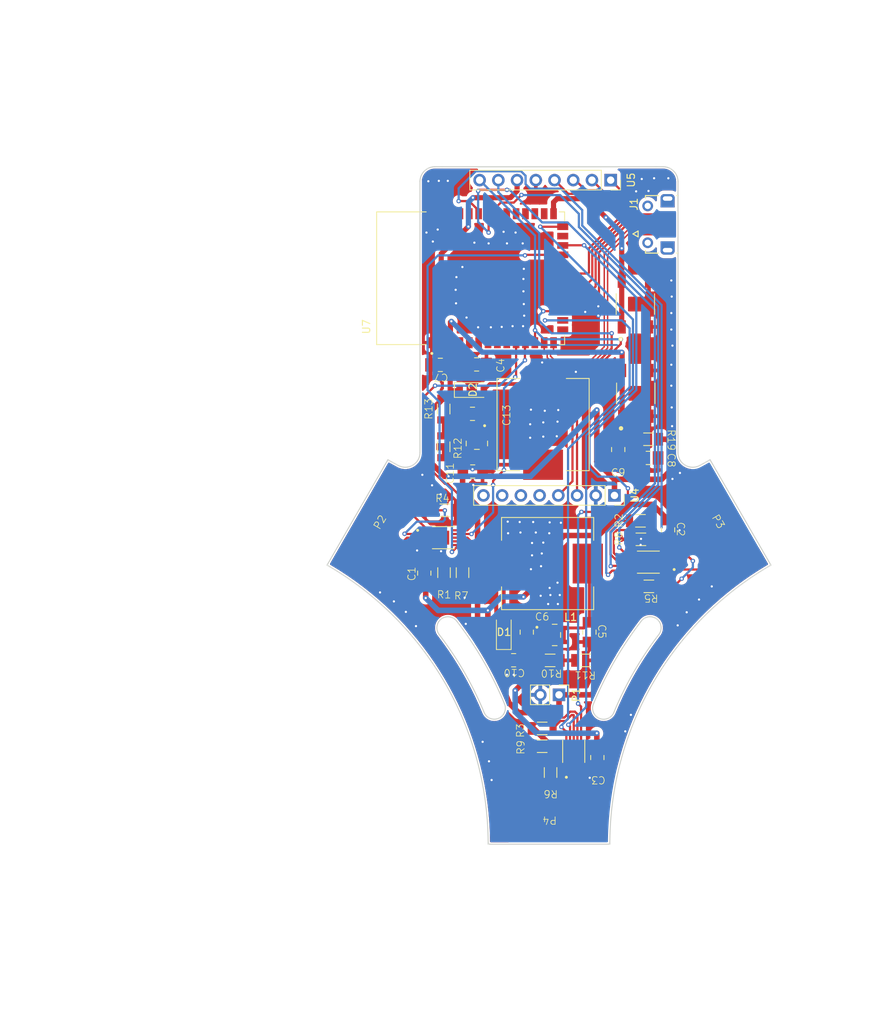
<source format=kicad_pcb>
(kicad_pcb (version 20221018) (generator pcbnew)
  (layers (0 "F.Cu" signal) (1 "In1.Cu" signal) (2 "In2.Cu" signal) (31 "B.Cu" signal) (34 "B.Paste" user) (35 "F.Paste" user) (36 "B.SilkS" user "B.Silkscreen") (37 "F.SilkS" user "F.Silkscreen") (38 "B.Mask" user) (39 "F.Mask" user) (44 "Edge.Cuts" user))
  (net 0 "")
  (net 1 "GND")
  (net 2 "+2V5")
  (net 3 "+5V")
  (net 4 "Net-(D1-A)")
  (net 5 "Net-(D2-A)")
  (net 6 "+3V3")
  (net 7 "fb5v")
  (net 8 "EN")
  (net 9 "M1_VSET")
  (net 10 "Net-(U1-VREF)")
  (net 11 "M3_VSET")
  (net 12 "Net-(U2-VREF)")
  (net 13 "M2_VSET")
  (net 14 "Net-(U3-VREF)")
  (net 15 "Net-(U1-ISENSE)")
  (net 16 "Net-(U2-ISENSE)")
  (net 17 "Net-(U3-ISENSE)")
  (net 18 "SCL")
  (net 19 "SDA")
  (net 24 "CS")
  (net 25 "MOSI")
  (net 26 "MISO")
  (net 27 "SCLK")
  (net 34 "M1_IN1")
  (net 35 "M1_IN2")
  (net 36 "D-")
  (net 37 "D+")
  (net 39 "IO0")
  (net 45 "M3_IN1")
  (net 46 "M3_IN2")
  (net 47 "M3_FAULT")
  (net 52 "M2_IN2")
  (net 54 "M1_FAULT")
  (net 55 "M2_FAULT")
  (net 57 "M2_IN1")
  (net 58 "vbus")
  (net 66 "M1_OUT2")
  (net 67 "M1_OUT1")
  (net 68 "M3_OUT2")
  (net 69 "M3_OUT1")
  (net 70 "M2_OUT2")
  (net 71 "M2_OUT1")
  (net 72 "fb3v3")
  (footprint "standard:res1206" (layer "F.Cu") (at 153.797 131.191 180)
    (fp_text reference "R11")
    (fp_text value "200kOhms")
  )
  (footprint "standard:res1206" (layer "F.Cu") (at 147.259 138.1895)
    (fp_text reference "R3")
    (fp_text value "2.87kOhms")
  )
  (footprint "standard:res1206" (layer "F.Cu") (at 133.097 101.4135 90)
    (fp_text reference "R12")
    (fp_text value "200kOhms")
  )
  (footprint "Diode_SMD:D_SOD-123" (layer "F.Cu") (at 142.367 126.239 90)
    (fp_text reference "D1")
    (fp_text value "Schtokky")
  )
  (footprint "standard:cap1206" (layer "F.Cu") (at 133.858 91.186 180)
    (fp_text reference "C7")
    (fp_text value "22uF")
  )
  (footprint "standard:res1206" (layer "F.Cu") (at 135.656 118.486 90)
    (fp_text reference "R7")
    (fp_text value "10kOhms")
  )
  (footprint "Connector_PinHeader_2.54mm:PinHeader_1x02_P2.54mm_Vertical" (layer "F.Cu") (at 149.86 134.747 -90)
    (fp_text reference "P1")
    (fp_text value "~")
  )
  (footprint "Library:twopad" (layer "F.Cu") (at 171.034699 111.490091 -60)
    (fp_text reference "P3")
    (fp_text value "~")
  )
  (footprint "standard:cap1206" (layer "F.Cu") (at 138.049 103.251)
    (fp_text reference "C11")
    (fp_text value "4.7uF")
  )
  (footprint "standard:res1206" (layer "F.Cu") (at 147.602 145.603 90)
    (fp_text reference "R6")
    (fp_text value "400mOhms")
  )
  (footprint "standard:cap1206" (layer "F.Cu") (at 144.2875 126.345 90)
    (fp_text reference "C6")
    (fp_text value "3.3pF")
  )
  (footprint "standard:cap1206" (layer "F.Cu") (at 165.862 112.268 -90)
    (fp_text reference "C2")
    (fp_text value "10uF")
  )
  (footprint "standard:res1206" (layer "F.Cu") (at 135.375 117.856 -90)
    (fp_text reference "R1")
    (fp_text value "2.87kOhms")
  )
  (footprint "1050170001:MOLEX_1050170001" (layer "F.Cu") (at 166.042 70.922 90)
    (fp_text reference "J1")
    (fp_text value "1050170001")
  )
  (footprint "Library:IC_XTR111AIDGQRG4" (layer "F.Cu") (at 161.983 116.748 180)
    (fp_text reference "U2" hide)
    (fp_text value "DRV8832DGQR")
  )
  (footprint "standard:cap1206" (layer "F.Cu") (at 138.022 95.4275)
    (fp_text reference "C13")
    (fp_text value "4.7uF")
  )
  (footprint "Library:twopad" (layer "F.Cu") (at 148.59 151.257 180)
    (fp_text reference "P4")
    (fp_text value "~")
  )
  (footprint "standard:res1206" (layer "F.Cu") (at 148.971 131.191 180)
    (fp_text reference "R10")
    (fp_text value "620kOhms")
  )
  (footprint "Library:IC_XTR111AIDGQRG4" (layer "F.Cu") (at 151.857 142.425 90)
    (fp_text reference "U3" hide)
    (fp_text value "DRV8832DGQR")
  )
  (footprint "ESP32S3WROOM1N8R8:XCVR_ESP32S3WROOM1N8R8" (layer "F.Cu") (at 137.868 78.232 90)
    (fp_text reference "U7")
    (fp_text value "ESP32-S3-WROOM-1-N4")
  )
  (footprint "standard:res1206" (layer "F.Cu") (at 133.097 96.2895 90)
    (fp_text reference "R13")
    (fp_text value "330kOhms")
  )
  (footprint "standard:res1206" (layer "F.Cu") (at 162.323 101.191 180)
    (fp_text reference "R19")
    (fp_text value "10kOhms")
  )
  (footprint "Connector_PinSocket_2.54mm:PinSocket_1x08_P2.54mm_Vertical" (layer "F.Cu") (at 157.386252 107.696 -90)
    (fp_text reference "U4")
    (fp_text value "~")
  )
  (footprint "standard:cap1206" (layer "F.Cu") (at 155.1835 126.145 -90)
    (fp_text reference "C5")
    (fp_text value "4.7uF")
  )
  (footprint "SKQGAFE010:SW_SKQGAFE010" (layer "F.Cu") (at 160.219 81.736 90)
    (fp_text reference "S2" hide)
    (fp_text value "SKQGAFE010")
  )
  (footprint "standard:cap1206" (layer "F.Cu") (at 130.3785 118.337 90)
    (fp_text reference "C1")
    (fp_text value "10uF")
  )
  (footprint "SRR1240-100M:IND_SRR1240-100M" (layer "F.Cu") (at 148.264 116.84 180)
    (fp_text reference "L1")
    (fp_text value "3.3uH")
  )
  (footprint "Library:twopad" (layer "F.Cu") (at 126.006397 111.577704 60)
    (fp_text reference "P2")
    (fp_text value "~")
  )
  (footprint "standard:cap1206" (layer "F.Cu") (at 143.803 131.255 180)
    (fp_text reference "C10")
    (fp_text value "4.7uF")
  )
  (footprint "standard:res1206" (layer "F.Cu") (at 160.655 112.5355)
    (fp_text reference "R8")
    (fp_text value "10kOhms")
  )
  (footprint "standard:res1206" (layer "F.Cu") (at 162.367 121.1445 180)
    (fp_text reference "R5")
    (fp_text value "400mOhms")
  )
  (footprint "standard:res1206" (layer "F.Cu") (at 134.051 108.5985)
    (fp_text reference "R4")
    (fp_text value "400mOhms")
  )
  (footprint "Connector_PinSocket_2.54mm:PinSocket_1x08_P2.54mm_Vertical" (layer "F.Cu") (at 156.8704 64.9224 -90)
    (fp_text reference "U5")
    (fp_text value "~")
  )
  (footprint "standard:cap1206" (layer "F.Cu") (at 138.584 88.7225)
    (fp_text reference "C4")
    (fp_text value ".1uF")
  )
  (footprint "standard:cap1206" (layer "F.Cu") (at 156.2605 143.156 -90)
    (fp_text reference "C3")
    (fp_text value "10uF")
  )
  (footprint "SKQGAFE010:SW_SKQGAFE010" (layer "F.Cu") (at 160.274 93.8465 90)
    (fp_text reference "S1" hide)
    (fp_text value "SKQGAFE010")
  )
  (footprint "standard:cap1206" (layer "F.Cu") (at 159.0935 101.373 -90)
    (fp_text reference "C9")
    (fp_text value ".1uF")
  )
  (footprint "standard:cap1206" (layer "F.Cu") (at 162.064 103.8095 180)
    (fp_text reference "C8")
    (fp_text value "1uF")
  )
  (footprint "TPS61040DBVRG4:SOT95P280X145-5N" (layer "F.Cu") (at 149.2745 126.626)
    (fp_text reference "U9" hide)
    (fp_text value "TPS61040DBVRG4")
  )
  (footprint "TPS61040DBVRG4:SOT95P280X145-5N" (layer "F.Cu") (at 138.718 100.6495 -90)
    (fp_text reference "U6" hide)
    (fp_text value "TPS61040DBVRG4")
  )
  (footprint "SRR1240-100M:IND_SRR1240-100M" (layer "F.Cu") (at 147.801 98.033 90)
    (fp_text reference "L2" hide)
    (fp_text value "10uH")
  )
  (footprint "standard:res1206" (layer "F.Cu") (at 147.259 140.6025)
    (fp_text reference "R9")
    (fp_text value "10kOhms")
  )
  (footprint "standard:res1206" (layer "F.Cu") (at 161.224 112.2545 180)
    (fp_text reference "R2")
    (fp_text value "2.87kOhms")
  )
  (footprint "Diode_SMD:D_SOD-123" (layer "F.Cu") (at 138.022 93.3955)
    (fp_text reference "D2")
    (fp_text value "Schtokky")
  )
  (footprint "Library:IC_XTR111AIDGQRG4" (layer "F.Cu") (at 134.18 113.427)
    (fp_text reference "U1" hide)
    (fp_text value "DRV8832DGQR")
  )
  (gr_line (start 178.606859 117.14831) (end 170.356859 102.858891) (stroke (width 0.1524)) (layer "Edge.Cuts"))
  (gr_arc (start 157.3068 137.127881) (mid 160.009256 131.647844) (end 163.403881 126.567431) (stroke (width 0.1524)) (layer "Edge.Cuts"))
  (gr_arc (start 133.598319 126.567431) (mid 136.992944 131.647844) (end 139.6954 137.127881) (stroke (width 0.1524)) (layer "Edge.Cuts"))
  (gr_arc (start 118.395342 117.14831) (mid 134.394865 133.14784) (end 140.2511 155.0036) (stroke (width 0.1524)) (layer "Edge.Cuts"))
  (gr_line (start 134.0011 63.113069) (end 133.0011 63.113069) (stroke (width 0.1524)) (layer "Edge.Cuts"))
  (gr_arc (start 131.001102 101.876369) (mid 130.033095 103.589552) (end 128.06611 103.64436) (stroke (width 0.1524)) (layer "Edge.Cuts"))
  (gr_arc (start 170.356859 102.858891) (mid 169.650121 103.258222) (end 168.93609 103.64436) (stroke (width 0.1524)) (layer "Edge.Cuts"))
  (gr_arc (start 154.535168 135.979831) (mid 157.411182 130.147842) (end 161.023818 124.741141) (stroke (width 0.1524)) (layer "Edge.Cuts"))
  (gr_line (start 131.0011 65.113069) (end 131.0011 101.876369) (stroke (width 0.1524)) (layer "Edge.Cuts"))
  (gr_line (start 166.0011 101.876369) (end 166.0011 65.113069) (stroke (width 0.1524)) (layer "Edge.Cuts"))
  (gr_arc (start 157.3068 137.127881) (mid 155.346959 137.939672) (end 154.535168 135.979831) (stroke (width 0.1524)) (layer "Edge.Cuts"))
  (gr_arc (start 161.023819 124.741141) (mid 163.126995 124.464255) (end 163.403881 126.567431) (stroke (width 0.1524)) (layer "Edge.Cuts"))
  (gr_line (start 134.0011 63.113069) (end 163.0011 63.113069) (stroke (width 0.1524)) (layer "Edge.Cuts"))
  (gr_arc (start 135.978382 124.741141) (mid 139.591018 130.147842) (end 142.467032 135.979831) (stroke (width 0.1524)) (layer "Edge.Cuts"))
  (gr_arc (start 128.06611 103.64436) (mid 127.352079 103.258222) (end 126.645341 102.858891) (stroke (width 0.1524)) (layer "Edge.Cuts"))
  (gr_arc (start 142.467032 135.979831) (mid 141.655241 137.939672) (end 139.6954 137.127881) (stroke (width 0.1524)) (layer "Edge.Cuts"))
  (gr_arc (start 164.0011 63.113069) (mid 165.415314 63.698855) (end 166.0011 65.113069) (stroke (width 0.1524)) (layer "Edge.Cuts"))
  (gr_arc (start 156.751101 155.003599) (mid 162.607336 133.14784) (end 178.606859 117.14831) (stroke (width 0.1524)) (layer "Edge.Cuts"))
  (gr_arc (start 131.0011 65.113069) (mid 131.586886 63.698855) (end 133.0011 63.113069) (stroke (width 0.1524)) (layer "Edge.Cuts"))
  (gr_line (start 140.2511 155.0036) (end 156.7511 155.0036) (stroke (width 0.1524)) (layer "Edge.Cuts"))
  (gr_line (start 126.645341 102.858891) (end 118.395341 117.14831) (stroke (width 0.1524)) (layer "Edge.Cuts"))
  (gr_line (start 164.0011 63.113069) (end 163.0011 63.113069) (stroke (width 0.1524)) (layer "Edge.Cuts"))
  (gr_arc (start 168.936089 103.644359) (mid 166.969106 103.58955) (end 166.0011 101.876369) (stroke (width 0.1524)) (layer "Edge.Cuts"))
  (gr_arc (start 133.598318 126.567431) (mid 133.875205 124.464254) (end 135.978382 124.741141) (stroke (width 0.1524)) (layer "Edge.Cuts"))
  (segment (start 164.083 115.1636) (end 161.9504 115.1636) (width 0.3) (layer "F.Cu") (net 1))
  (segment (start 155.0605 144.9643) (end 154.0256 145.9992) (width 0.3) (layer "F.Cu") (net 1))
  (segment (start 152.857 144.525) (end 154.5854 144.525) (width 0.3) (layer "F.Cu") (net 1))
  (segment (start 164.083 115.1636) (end 164.083 114.283) (width 0.3) (layer "F.Cu") (net 1))
  (segment (start 164.083 114.283) (end 164.662 113.704) (width 0.3) (layer "F.Cu") (net 1))
  (segment (start 161.917 69.622) (end 160.3 69.622) (width 0.3) (layer "F.Cu") (net 1))
  (segment (start 164.083 115.748) (end 164.083 115.1636) (width 0.3) (layer "F.Cu") (net 1))
  (segment (start 138.1252 104.14) (end 139.174 104.14) (width 0.3) (layer "F.Cu") (net 1))
  (segment (start 132.08 114.427) (end 132.08 114.808) (width 0.3) (layer "F.Cu") (net 1))
  (segment (start 160.3 69.622) (end 160.274 69.596) (width 0.3) (layer "F.Cu") (net 1))
  (via (at 138.1252 104.14) (size 0.6) (drill 0.3) (layers "F.Cu" "B.Cu") (net 1))
  (via (at 132.7404 73.2536) (size 0.6) (drill 0.3) (layers "F.Cu" "B.Cu") (net 1))
  (via (at 130.6068 115.1636) (size 0.6) (drill 0.3) (layers "F.Cu" "B.Cu") (net 1))
  (via (at 165.1 85.1916) (size 0.6) (drill 0.3) (layers "F.Cu" "B.Cu") (net 1))
  (via (at 149.9616 121.2088) (size 0.6) (drill 0.3) (layers "F.Cu" "B.Cu") (net 1))
  (via (at 142.7988 132.0292) (size 0.6) (drill 0.3) (layers "F.Cu" "B.Cu") (net 1))
  (via (at 166.2684 104.648) (size 0.6) (drill 0.3) (layers "F.Cu" "B.Cu") (net 1))
  (via (at 165.2524 87.376) (size 0.6) (drill 0.3) (layers "F.Cu" "B.Cu") (net 1))
  (via (at 165.1 89.9668) (size 0.6) (drill 0.3) (layers "F.Cu" "B.Cu") (net 1))
  (via (at 140.6144 84.8868) (size 0.6) (drill 0.3) (layers "F.Cu" "B.Cu") (net 1))
  (via (at 140.716 146.304) (size 0.6) (drill 0.3) (layers "F.Cu" "B.Cu") (net 1))
  (via (at 158.8516 139.7) (size 0.6) (drill 0.3) (layers "F.Cu" "B.Cu") (net 1))
  (via (at 154.0256 145.9992) (size 0.6) (drill 0.3) (layers "F.Cu" "B.Cu") (net 1))
  (via (at 149.7584 96.1136) (size 0.6) (drill 0.3) (layers "F.Cu" "B.Cu") (net 1))
  (via (at 148.6916 121.2088) (size 0.6) (drill 0.3) (layers "F.Cu" "B.Cu") (net 1))
  (via (at 160.3248 66.4464) (size 0.6) (drill 0.3) (layers "F.Cu" "B.Cu") (net 1))
  (via (at 135.8392 79.8068) (size 0.6) (drill 0.3) (layers "F.Cu" "B.Cu") (net 1))
  (via (at 165.2524 105.4608) (size 0.6) (drill 0.3) (layers "F.Cu" "B.Cu") (net 1))
  (via (at 137.0584 121.5644) (size 0.6) (drill 0.3) (layers "F.Cu" "B.Cu") (net 1))
  (via (at 139.4968 141.1224) (size 0.6) (drill 0.3) (layers "F.Cu" "B.Cu") (net 1))
  (via (at 155.194 82.042) (size 0.6) (drill 0.3) (layers "F.Cu" "B.Cu") (net 1))
  (via (at 143.7132 132.0292) (size 0.6) (drill 0.3) (layers "F.Cu" "B.Cu") (net 1))
  (via (at 153.416 82.804) (size 0.6) (drill 0.3) (layers "F.Cu" "B.Cu") (net 1))
  (via (at 142.0876 84.836) (size 0.6) (drill 0.3) (layers "F.Cu" "B.Cu") (net 1))
  (via (at 129.0828 123.4948) (size 0.6) (drill 0.3) (layers "F.Cu" "B.Cu") (net 1))
  (via (at 165.1508 95.758) (size 0.6) (drill 0.3) (layers "F.Cu" "B.Cu") (net 1))
  (via (at 170.5864 120.0404) (size 0.6) (drill 0.3) (layers "F.Cu" "B.Cu") (net 1))
  (via (at 142.3416 71.9328) (size 0.6) (drill 0.3) (layers "F.Cu" "B.Cu") (net 1))
  (via (at 137.3124 83.566) (size 0.6) (drill 0.3) (layers "F.Cu" "B.Cu") (net 1))
  (via (at 143.5608 84.7344) (size 0.6) (drill 0.3) (layers "F.Cu" "B.Cu") (net 1))
  (via (at 144.526 111.3028) (size 0.6) (drill 0.3) (layers "F.Cu" "B.Cu") (net 1))
  (via (at 140.3096 73.5076) (size 0.6) (drill 0.3) (layers "F.Cu" "B.Cu") (net 1))
  (via (at 162.0012 66.3956) (size 0.6) (drill 0.3) (layers "F.Cu" "B.Cu") (net 1))
  (via (at 146.05 117.7036) (size 0.6) (drill 0.3) (layers "F.Cu" "B.Cu") (net 1))
  (via (at 164.6936 64.6684) (size 0.6) (drill 0.3) (layers "F.Cu" "B.Cu") (net 1))
  (via (at 146.7104 112.7252) (size 0.6) (drill 0.3) (layers "F.Cu" "B.Cu") (net 1))
  (via (at 149.5552 99.6696) (size 0.6) (drill 0.3) (layers "F.Cu" "B.Cu") (net 1))
  (via (at 162.7632 64.6684) (size 0.6) (drill 0.3) (layers "F.Cu" "B.Cu") (net 1))
  (via (at 148.59 120.2436) (size 0.6) (drill 0.3) (layers "F.Cu" "B.Cu") (net 1))
  (via (at 146.05 96.0628) (size 0.6) (drill 0.3) (layers "F.Cu" "B.Cu") (net 1))
  (via (at 145.9484 99.8728) (size 0.6) (drill 0.3) (layers "F.Cu" "B.Cu") (net 1))
  (via (at 131.318 104.902) (size 0.6) (drill 0.3) (layers "F.Cu" "B.Cu") (net 1))
  (via (at 140.3604 143.764) (size 0.6) (drill 0.3) (layers "F.Cu" "B.Cu") (net 1))
  (via (at 142.9004 111.252) (size 0.6) (drill 0.3) (layers "F.Cu" "B.Cu") (net 1))
  (via (at 143.9672 72.0344) (size 0.6) (drill 0.3) (layers "F.Cu" "B.Cu") (net 1))
  (via (at 138.2268 106.2736) (size 0.6) (drill 0.3) (layers "F.Cu" "B.Cu") (net 1))
  (via (at 137.2108 125.1204) (size 0.6) (drill 0.3) (layers "F.Cu" "B.Cu") (net 1))
  (via (at 149.6568 97.6884) (size 0.6) (drill 0.3) (layers "F.Cu" "B.Cu") (net 1))
  (via (at 166.2176 112.4204) (size 0.6) (drill 0.3) (layers "F.Cu" "B.Cu") (net 1))
  (via (at 165.9636 125.3236) (size 0.6) (drill 0.3) (layers "F.Cu" "B.Cu") (net 1))
  (via (at 127.4572 122.0724) (size 0.6) (drill 0.3) (layers "F.Cu" "B.Cu") (net 1))
  (via (at 147.7264 114.0968) (size 0.6) (drill 0.3) (layers "F.Cu" "B.Cu") (net 1))
  (via (at 146.2024 115.824) (size 0.6) (drill 0.3) (layers "F.Cu" "B.Cu") (net 1))
  (via (at 160.9344 114.4016) (size 0.6) (drill 0.3) (layers "F.Cu" "B.Cu") (net 1))
  (via (at 147.574 89.662) (size 0.6) (drill 0.3) (layers "F.Cu" "B.Cu") (net 1))
  (via (at 145.034 80.01) (size 0.6) (drill 0.3) (layers "F.Cu" "B.Cu") (net 1))
  (via (at 131.8768 72.0344) (size 0.6) (drill 0.3) (layers "F.Cu" "B.Cu") (net 1))
  (via (at 144.9832 84.7344) (size 0.6) (drill 0.3) (layers "F.Cu" "B.Cu") (net 1))
  (via (at 159.6136 137.4648) (size 0.6) (drill 0.3) (layers "F.Cu" "B.Cu") (net 1))
  (via (at 146.3548 111.3028) (size 0.6) (drill 0.3) (layers "F.Cu" "B.Cu") (net 1))
  (via (at 135.9408 78.0796) (size 0.6) (drill 0.3) (layers "F.Cu" "B.Cu") (net 1))
  (via (at 161.0868 64.77) (size 0.6) (drill 0.3) (layers "F.Cu" "B.Cu") (net 1))
  (via (at 150.114 111.4044) (size 0.6) (drill 0.3) (layers "F.Cu" "B.Cu") (net 1))
  (via (at 165.1 92.8116) (size 0.6) (drill 0.3) (layers "F.Cu" "B.Cu") (net 1))
  (via (at 155.194 83.312) (size 0.6) (drill 0.3) (layers "F.Cu" "B.Cu") (net 1))
  (via (at 144.9324 73.5076) (size 0.6) (drill 0.3) (layers "F.Cu" "B.Cu") (net 1))
  (via (at 145.1356 83.312) (size 0.6) (drill 0.3) (layers "F.Cu" "B.Cu") (net 1))
  (via (at 134.7724 65.024) (size 0.6) (drill 0.3) (layers "F.Cu" "B.Cu") (net 1))
  (via (at 149.7076 122.428) (size 0.6) (drill 0.3) (layers "F.Cu" "B.Cu") (net 1))
  (via (at 132.6388 106.3244) (size 0.6) (drill 0.3) (layers "F.Cu" "B.Cu") (net 1))
  (via (at 148.5392 112.8268) (size 0.6) (drill 0.3) (layers "F.Cu" "B.Cu") (net 1))
  (via (at 125.5776 120.8532) (size 0.6) (drill 0.3) (layers "F.Cu" "B.Cu") (net 1))
  (via (at 165.1508 80.7212) (size 0.6) (drill 0.3) (layers "F.Cu" "B.Cu") (net 1))
  (via (at 132.1308 65.0748) (size 0.6) (drill 0.3) (layers "F.Cu" "B.Cu") (net 1))
  (via (at 145.9484 98.044) (size 0.6) (drill 0.3) (layers "F.Cu" "B.Cu") (net 1))
  (via (at 167.1828 123.5456) (size 0.6) (drill 0.3) (layers "F.Cu" "B.Cu") (net 1))
  (via (at 145.034 78.3336) (size 0.6) (drill 0.3) (layers "F.Cu" "B.Cu") (net 1))
  (via (at 152.146 90.932) (size 0.6) (drill 0.3) (layers "F.Cu" "B.Cu") (net 1))
  (via (at 142.7988 73.5076) (size 0.6) (drill 0.3) (layers "F.Cu" "B.Cu") (net 1))
  (via (at 147.5232 115.57) (size 0.6) (drill 0.3) (layers "F.Cu" "B.Cu") (net 1))
  (via (at 133.5532 65.024) (size 0.6) (drill 0.3) (layers "F.Cu" "B.Cu") (net 1))
  (via (at 142.9512 112.8268) (size 0.6) (drill 0.3) (layers "F.Cu" "B.Cu") (net 1))
  (via (at 147.9296 96.2152) (size 0.6) (drill 0.3) (layers "F.Cu" "B.Cu") (net 1))
  (via (at 138.3792 73.406) (size 0.6) (drill 0.3) (layers "F.Cu" "B.Cu") (net 1))
  (via (at 148.59 111.3536) (size 0.6) (drill 0.3) (layers "F.Cu" "B.Cu") (net 1))
  (via (at 165.1 78.5368) (size 0.6) (drill 0.3) (layers "F.Cu" "B.Cu") (net 1))
  (via (at 145.0848 81.7372) (size 0.6) (drill 0.3) (layers "F.Cu" "B.Cu") (net 1))
  (via (at 136.7536 76.708) (size 0.6) (drill 0.3) (layers "F.Cu" "B.Cu") (net 1))
  (via (at 146.2024 114.1476) (size 0.6) (drill 0.3) (layers "F.Cu" "B.Cu") (net 1))
  (via (at 147.7264 99.7204) (size 0.6) (drill 0.3) (layers "F.Cu" "B.Cu") (net 1))
  (via (at 133.8072 107.5436) (size 0.6) (drill 0.3) (layers "F.Cu" "B.Cu") (net 1))
  (via (at 138.8872 84.8868) (size 0.6) (drill 0.3) (layers "F.Cu" "B.Cu") (net 1))
  (via (at 145.0848 76.962) (size 0.6) (drill 0.3) (layers "F.Cu" "B.Cu") (net 1))
  (via (at 144.6276 112.7252) (size 0.6) (drill 0.3) (layers "F.Cu" "B.Cu") (net 1))
  (via (at 165.1 82.9564) (size 0.6) (drill 0.3) (layers "F.Cu" "B.Cu") (net 1))
  (via (at 130.4544 125.4252) (size 0.6) (drill 0.3) (layers "F.Cu" "B.Cu") (net 1))
  (via (at 133.4008 71.628) (size 0.6) (drill 0.3) (layers "F.Cu" "B.Cu") (net 1))
  (via (at 133.858 115.2652) (size 0.6) (drill 0.3) (layers "F.Cu" "B.Cu") (net 1))
  (via (at 168.8592 121.8184) (size 0.6) (drill 0.3) (layers "F.Cu" "B.Cu") (net 1))
  (via (at 148.3868 122.428) (size 0.6) (drill 0.3) (layers "F.Cu" "B.Cu") (net 1))
  (via (at 147.3708 121.3104) (size 0.6) (drill 0.3) (layers "F.Cu" "B.Cu") (net 1))
  (via (at 149.6568 119.5324) (size 0.6) (drill 0.3) (layers "F.Cu" "B.Cu") (net 1))
  (via (at 165.2016 98.298) (size 0.6) (drill 0.3) (layers "F.Cu" "B.Cu") (net 1))
  (via (at 160.9852 113.5888) (size 0.6) (drill 0.3) (layers "F.Cu" "B.Cu") (net 1))
  (via (at 135.89 81.6356) (size 0.6) (drill 0.3) (layers "F.Cu" "B.Cu") (net 1))
  (via (at 147.7264 97.79) (size 0.6) (drill 0.3) (layers "F.Cu" "B.Cu") (net 1))
  (via (at 147.4216 117.2972) (size 0.6) (drill 0.3) (layers "F.Cu" "B.Cu") (net 1))
  (segment (start 138.811 109.1946) (end 136.779 107.1626) (width 0.75) (layer "F.Cu") (net 2))
  (segment (start 156.024 124.909) (end 153.9835 124.909) (width 0.75) (layer "F.Cu") (net 2))
  (segment (start 156.149575 131.110214) (end 156.863244 129.831506) (width 0.75) (layer "F.Cu") (net 2))
  (segment (start 149.86 134.747) (end 149.86 136.906) (width 0.75) (layer "F.Cu") (net 2))
  (segment (start 136.779 107.1626) (end 136.779 104.485) (width 0.75) (layer "F.Cu") (net 2))
  (segment (start 157.226 129.22378) (end 157.226 126.111) (width 0.75) (layer "F.Cu") (net 2))
  (segment (start 157.226 126.111) (end 156.024 124.909) (width 0.75) (layer "F.Cu") (net 2))
  (segment (start 139.388375 128.57406) (end 138.811 127.667761) (width 0.75) (layer "F.Cu") (net 2))
  (segment (start 150.5295 127.576) (end 150.5295 125.676) (width 0.5) (layer "F.Cu") (net 2))
  (segment (start 153.2165 125.676) (end 153.9835 124.909) (width 0.4) (layer "F.Cu") (net 2))
  (segment (start 149.86 134.747) (end 154.377675 134.747) (width 0.75) (layer "F.Cu") (net 2))
  (segment (start 141.2965 103.533) (end 147.701 103.533) (width 0.5) (layer "F.Cu") (net 2))
  (segment (start 156.863244 129.831506) (end 157.226 129.22378) (width 0.75) (layer "F.Cu") (net 2))
  (segment (start 155.473392 132.409152) (end 156.149575 131.110214) (width 0.75) (layer "F.Cu") (net 2))
  (segment (start 142.166938 133.727238) (end 141.528807 132.409154) (width 0.75) (layer "F.Cu") (net 2))
  (segment (start 150.5295 125.676) (end 153.2165 125.676) (width 0.4) (layer "F.Cu") (net 2))
  (segment (start 149.606 137.16) (end 144.382379 137.16) (width 0.75) (layer "F.Cu") (net 2))
  (segment (start 154.83526 133.727236) (end 155.473392 132.409152) (width 0.75) (layer "F.Cu") (net 2))
  (segment (start 140.138955 129.831507) (end 139.388375 128.57406) (width 0.75) (layer "F.Cu") (net 2))
  (segment (start 137.768 101.9045) (end 139.668 101.9045) (width 0.5) (layer "F.Cu") (net 2))
  (segment (start 138.811 127.667761) (end 138.811 109.1946) (width 0.75) (layer "F.Cu") (net 2))
  (segment (start 144.382379 137.16) (end 143.112379 135.89) (width 0.75) (layer "F.Cu") (net 2))
  (segment (start 143.112379 135.89) (end 142.765983 135.062254) (width 0.75) (layer "F.Cu") (net 2))
  (segment (start 153.9835 124.909) (end 153.9835 117.1595) (width 0.4) (layer "F.Cu") (net 2))
  (segment (start 140.852623 131.110215) (end 140.138955 129.831507) (width 0.75) (layer "F.Cu") (net 2))
  (segment (start 149.86 136.906) (end 149.606 137.16) (width 0.75) (layer "F.Cu") (net 2))
  (segment (start 154.377675 134.747) (end 154.83526 133.727236) (width 0.75) (layer "F.Cu") (net 2))
  (segment (start 142.765983 135.062254) (end 142.166938 133.727238) (width 0.75) (layer "F.Cu") (net 2))
  (segment (start 137.768 103.496) (end 136.813 104.451) (width 0.5) (layer "F.Cu") (net 2))
  (segment (start 137.768 101.9045) (end 137.768 103.496) (width 0.5) (layer "F.Cu") (net 2))
  (segment (start 141.528807 132.409154) (end 140.852623 131.110215) (width 0.75) (layer "F.Cu") (net 2))
  (segment (start 139.668 101.9045) (end 141.2965 103.533) (width 0.5) (layer "F.Cu") (net 2))
  (segment (start 142.367 127.889) (end 142.873 127.889) (width 0.5) (layer "F.Cu") (net 3))
  (segment (start 129.413 118.999) (end 130.048 119.634) (width 0.3) (layer "F.Cu") (net 3))
  (segment (start 156.845 145.796) (end 156.845 142.748) (width 0.3) (layer "F.Cu") (net 3))
  (segment (start 130.048 119.634) (end 131.5175 119.634) (width 0.3) (layer "F.Cu") (net 3))
  (segment (start 145.039 133.0402) (end 143.9164 134.1628) (width 0.75) (layer "F.Cu") (net 3))
  (segment (start 155.21344 113.1316) (end 159.42984 108.9152) (width 0.75) (layer "F.Cu") (net 3))
  (segment (start 165.17921 116.248) (end 167.259 114.16821) (width 0.3) (layer "F.Cu") (net 3))
  (segment (start 145.039 130.055) (end 145.039 133.0402) (width 0.75) (layer "F.Cu") (net 3))
  (segment (start 145.039 130.055) (end 147.155 130.055) (width 0.5) (layer "F.Cu") (net 3))
  (segment (start 145.347 124.909) (end 142.367 127.889) (width 0.5) (layer "F.Cu") (net 3))
  (segment (start 155.956 146.685) (end 156.845 145.796) (width 0.3) (layer "F.Cu") (net 3))
  (segment (start 129.413 114.681) (end 129.413 118.999) (width 0.3) (layer "F.Cu") (net 3))
  (segment (start 149.3012 114.4016) (end 150.5712 113.1316) (width 0.75) (layer "F.Cu") (net 3))
  (segment (start 145.034 121.4628) (end 149.3012 117.1956) (width 0.75) (layer "F.Cu") (net 3))
  (segment (start 159.42984 108.9152) (end 162.56 108.9152) (width 0.75) (layer "F.Cu") (net 3))
  (segment (start 152.357 144.525) (end 152.357 145.88) (width 0.3) (layer "F.Cu") (net 3))
  (segment (start 154.9908 139.954) (end 154.9908 141.8503) (width 0.75) (layer "F.Cu") (net 3))
  (segment (start 167.259 114.16821) (end 167.259 112.014) (width 0.3) (layer "F.Cu") (net 3))
  (segment (start 162.56 108.9152) (end 163.3771 109.7323) (width 0.75) (layer "F.Cu") (net 3))
  (segment (start 156.017 141.92) (end 155.0605 141.92) (width 0.3) (layer "F.Cu") (net 3))
  (segment (start 167.259 112.014) (end 166.277 111.032) (width 0.3) (layer "F.Cu") (net 3))
  (segment (start 142.873 127.889) (end 145.039 130.055) (width 0.5) (layer "F.Cu") (net 3))
  (segment (start 140.208 125.73) (end 140.208 123.2916) (width 0.75) (layer "F.Cu") (net 3))
  (segment (start 166.277 111.032) (end 164.662 111.032) (width 0.3) (layer "F.Cu") (net 3))
  (segment (start 156.845 142.748) (end 156.017 141.92) (width 0.3) (layer "F.Cu") (net 3))
  (segment (start 130.167 113.927) (end 129.413 114.681) (width 0.3) (layer "F.Cu") (net 3))
  (segment (start 164.083 116.248) (end 165.17921 116.248) (width 0.3) (layer "F.Cu") (net 3))
  (segment (start 142.367 127.889) (end 140.208 125.73) (width 0.75) (layer "F.Cu") (net 3))
  (segment (start 131.7752 121.6152) (end 131.7752 119.7697) (width 0.75) (layer "F.Cu") (net 3))
  (segment (start 152.357 145.88) (end 153.162 146.685) (width 0.3) (layer "F.Cu") (net 3))
  (segment (start 149.3012 117.1956) (end 149.3012 114.4016) (width 0.75) (layer "F.Cu") (net 3))
  (segment (start 153.162 146.685) (end 155.956 146.685) (width 0.3) (layer "F.Cu") (net 3))
  (segment (start 150.5712 113.1316) (end 155.21344 113.1316) (width 0.75) (layer "F.Cu") (net 3))
  (segment (start 163.3771 109.7471) (end 164.662 111.032) (width 0.75) (layer "F.Cu") (net 3))
  (segment (start 132.08 113.927) (end 130.167 113.927) (width 0.3) (layer "F.Cu") (net 3))
  (segment (start 163.3771 109.7323) (end 163.3771 109.7471) (width 0.75) (layer "F.Cu") (net 3))
  (via (at 140.208 123.2916) (size 0.6) (drill 0.3) (layers "F.Cu" "B.Cu") (net 3))
  (via (at 145.034 121.4628) (size 0.6) (drill 0.3) (layers "F.Cu" "B.Cu") (net 3))
  (via (at 154.9908 139.954) (size 0.6) (drill 0.3) (layers "F.Cu" "B.Cu") (net 3))
  (via (at 131.7752 121.6152) (size 0.6) (drill 0.3) (layers "F.Cu" "B.Cu") (net 3))
  (via (at 143.9164 134.1628) (size 0.6) (drill 0.3) (layers "F.Cu" "B.Cu") (net 3))
  (segment (start 146.7612 139.9032) (end 146.812 139.954) (width 0.75) (layer "B.Cu") (net 3))
  (segment (start 143.9164 134.1628) (end 143.9164 137.0584) (width 0.75) (layer "B.Cu") (net 3))
  (segment (start 145.034 121.4628) (end 142.0368 121.4628) (width 0.75) (layer "B.Cu") (net 3))
  (segment (start 140.208 123.2916) (end 133.4516 123.2916) (width 0.75) (layer "B.Cu") (net 3))
  (segment (start 142.0368 121.4628) (end 140.208 123.2916) (width 0.75) (layer "B.Cu") (net 3))
  (segment (start 146.812 139.954) (end 154.9908 139.954) (width 0.75) (layer "B.Cu") (net 3))
  (segment (start 133.4516 123.2916) (end 131.7752 121.6152) (width 0.75) (layer "B.Cu") (net 3))
  (segment (start 143.9164 137.0584) (end 146.7612 139.9032) (width 0.75) (layer "B.Cu") (net 3))
  (segment (start 148.0195 124.5245) (end 146.939 123.444) (width 0.5) (layer "F.Cu") (net 4))
  (segment (start 148.0195 125.676) (end 148.0195 124.5245) (width 0.5) (layer "F.Cu") (net 4))
  (segment (start 142.367 124.589) (end 142.367 117.387) (width 0.5) (layer "F.Cu") (net 4))
  (segment (start 146.939 123.444) (end 144.272 123.444) (width 0.5) (layer "F.Cu") (net 4))
  (segment (start 144.272 123.444) (end 143.127 124.589) (width 0.5) (layer "F.Cu") (net 4))
  (segment (start 143.127 124.589) (end 142.367 124.589) (width 0.5) (layer "F.Cu") (net 4))
  (segment (start 140.843 94.5665) (end 139.672 93.3955) (width 0.5) (layer "F.Cu") (net 5))
  (segment (start 140.843 98.425) (end 140.843 94.5665) (width 0.5) (layer "F.Cu") (net 5))
  (segment (start 139.8735 99.3945) (end 140.843 98.425) (width 0.5) (layer "F.Cu") (net 5))
  (segment (start 139.668 99.3945) (end 139.8735 99.3945) (width 0.5) (layer "F.Cu") (net 5))
  (segment (start 140.4845 92.583) (end 139.672 93.3955) (width 0.5) (layer "F.Cu") (net 5))
  (segment (start 147.701 92.583) (end 140.4845 92.583) (width 0.5) (layer "F.Cu") (net 5))
  (segment (start 135.311 93.3955) (end 134.212 94.4945) (width 0.5) (layer "F.Cu") (net 6))
  (segment (start 135.094 89.986) (end 135.094 93.6125) (width 0.7) (layer "F.Cu") (net 6))
  (segment (start 132.334 96.3725) (end 132.334 103.1053) (width 0.75) (layer "F.Cu") (net 6))
  (segment (start 163.7792 105.5116) (end 157.3784 105.5116) (width 0.75) (layer "F.Cu") (net 6))
  (segment (start 135.094 93.6125) (end 134.212 94.4945) (width 0.7) (layer "F.Cu") (net 6))
  (segment (start 136.372 93.3955) (end 135.311 93.3955) (width 0.5) (layer "F.Cu") (net 6))
  (segment (start 136.372 93.3955) (end 136.372 96.2135) (width 0.5) (layer "F.Cu") (net 6))
  (segment (start 164.846 100.4316) (end 164.846 104.4448) (width 0.75) (layer "F.Cu") (net 6))
  (segment (start 157.386252 105.519452) (end 157.386252 107.696) (width 0.75) (layer "F.Cu") (net 6))
  (segment (start 133.878 86.982) (end 133.878 74.91) (width 0.7) (layer "F.Cu") (net 6))
  (segment (start 135.094 89.986) (end 137.2845 89.986) (width 0.7) (layer "F.Cu") (net 6))
  (segment (start 133.878 74.91) (end 137.5664 71.2216) (width 0.7) (layer "F.Cu") (net 6))
  (segment (start 164.846 104.4448) (end 163.7792 105.5116) (width 0.75) (layer "F.Cu") (net 6))
  (segment (start 154.9908 103.124) (end 157.386252 105.519452) (width 0.75) (layer "F.Cu") (net 6))
  (segment (start 143.256 67.31) (end 144.1704 66.3956) (width 0.7) (layer "F.Cu") (net 6))
  (segment (start 134.3339 105.1052) (end 134.874 105.1052) (width 0.75) (layer "F.Cu") (net 6))
  (segment (start 134.212 94.4945) (end 132.334 96.3725) (width 0.75) (layer "F.Cu") (net 6))
  (segment (start 164.4904 100.076) (end 164.846 100.4316) (width 0.75) (layer "F.Cu") (net 6))
  (segment (start 133.878 86.982) (end 133.878 88.77) (width 0.7) (layer "F.Cu") (net 6))
  (segment (start 138.176 67.31) (end 143.256 67.31) (width 0.7) (layer "F.Cu") (net 6))
  (segment (start 132.334 103.1053) (end 134.3339 105.1052) (width 0.75) (layer "F.Cu") (net 6))
  (segment (start 163.488 100.076) (end 164.4904 100.076) (width 0.75) (layer "F.Cu") (net 6))
  (segment (start 154.9908 96.1136) (end 154.9908 103.124) (width 0.75) (layer "F.Cu") (net 6))
  (segment (start 133.878 88.77) (end 135.094 89.986) (width 0.7) (layer "F.Cu") (net 6))
  (segment (start 157.3784 105.5116) (end 154.9908 103.124) (width 0.75) (layer "F.Cu") (net 6))
  (segment (start 144.1704 66.3956) (end 144.1704 64.9224) (width 0.7) (layer "F.Cu") (net 6))
  (via (at 137.5664 71.2216) (size 0.6) (drill 0.3) (layers "F.Cu" "B.Cu") (net 6))
  (via (at 134.874 105.1052) (size 0.6) (drill 0.3) (layers "F.Cu" "B.Cu") (net 6))
  (via (at 154.9908 96.1136) (size 0.6) (drill 0.3) (layers "F.Cu" "B.Cu") (net 6))
  (via (at 138.176 67.31) (size 0.6) (drill 0.3) (layers "F.Cu" "B.Cu") (net 6))
  (segment (start 134.874 105.1052) (end 145.9992 105.1052) (width 0.75) (layer "B.Cu") (net 6))
  (segment (start 137.5664 71.2216) (end 137.5664 67.9196) (width 0.7) (layer "B.Cu") (net 6))
  (segment (start 145.9992 105.1052) (end 154.9908 96.1136) (width 0.75) (layer "B.Cu") (net 6))
  (segment (start 137.5664 67.9196) (end 138.176 67.31) (width 0.7) (layer "B.Cu") (net 6))
  (segment (start 150.136 130.076) (end 152.002 130.076) (width 0.5) (layer "F.Cu") (net 7))
  (segment (start 148.59 128.1465) (end 148.59 129.286) (width 0.5) (layer "F.Cu") (net 7))
  (segment (start 149.38 130.076) (end 150.136 130.076) (width 0.5) (layer "F.Cu") (net 7))
  (segment (start 145.4875 127.581) (end 148.0145 127.581) (width 0.5) (layer "F.Cu") (net 7))
  (segment (start 148.0195 127.576) (end 148.59 128.1465) (width 0.5) (layer "F.Cu") (net 7))
  (segment (start 148.59 129.286) (end 149.38 130.076) (width 0.5) (layer "F.Cu") (net 7))
  (segment (start 160.528 100.076) (end 160.528 102.5095) (width 0.7) (layer "F.Cu") (net 8))
  (segment (start 158.424 96.9465) (end 158.424 90.7465) (width 0.7) (layer "F.Cu") (net 8))
  (segment (start 135.255 84.074) (end 135.128 84.201) (width 0.7) (layer "F.Cu") (net 8))
  (segment (start 135.128 84.201) (end 135.128 86.962) (width 0.7) (layer "F.Cu") (net 8))
  (segment (start 157.8935 100.137) (end 160.467 100.137) (width 0.7) (layer "F.Cu") (net 8))
  (segment (start 158.424 88.32) (end 158.369 88.265) (width 0.7) (layer "F.Cu") (net 8))
  (segment (start 158.424 99.6065) (end 157.8935 100.137) (width 0.7) (layer "F.Cu") (net 8))
  (segment (start 158.424 96.9465) (end 158.424 99.6065) (width 0.7) (layer "F.Cu") (net 8))
  (segment (start 158.424 90.7465) (end 158.424 88.32) (width 0.7) (layer "F.Cu") (net 8))
  (via (at 135.255 84.074) (size 0.6) (drill 0.3) (layers "F.Cu" "B.Cu") (net 8))
  (via (at 158.369 88.265) (size 0.6) (drill 0.3) (layers "F.Cu" "B.Cu") (net 8))
  (segment (start 158.369 88.265) (end 139.446 88.265) (width 0.7) (layer "B.Cu") (net 8))
  (segment (start 139.446 88.265) (end 135.255 84.074) (width 0.7) (layer "B.Cu") (net 8))
  (segment (start 137.541 114.173) (end 137.541 115.921) (width 0.3) (layer "F.Cu") (net 9))
  (segment (start 137.295 113.927) (end 137.541 114.173) (width 0.3) (layer "F.Cu") (net 9))
  (segment (start 136.28 113.927) (end 137.295 113.927) (width 0.3) (layer "F.Cu") (net 9))
  (segment (start 134.26 116.691) (end 136.771 116.691) (width 0.75) (layer "F.Cu") (net 9))
  (segment (start 137.541 115.921) (end 136.771 116.691) (width 0.3) (layer "F.Cu") (net 9))
  (segment (start 137.43479 113.427) (end 138.1336 114.12581) (width 0.3) (layer "F.Cu") (net 10))
  (segment (start 136.28 113.427) (end 137.43479 113.427) (width 0.3) (layer "F.Cu") (net 10))
  (segment (start 138.1336 114.12581) (end 138.1336 117.5174) (width 0.3) (layer "F.Cu") (net 10))
  (segment (start 138.1336 117.5174) (end 137.414 118.237) (width 0.3) (layer "F.Cu") (net 10))
  (segment (start 134.239 118.745) (end 134.26 118.766) (width 0.3) (layer "F.Cu") (net 10))
  (segment (start 137.414 118.237) (end 134.747 118.237) (width 0.3) (layer "F.Cu") (net 10))
  (segment (start 134.26 118.766) (end 134.26 119.651) (width 0.3) (layer "F.Cu") (net 10))
  (segment (start 134.747 118.237) (end 134.239 118.745) (width 0.3) (layer "F.Cu") (net 10))
  (segment (start 157.2974 112.8316) (end 157.734 112.395) (width 0.3) (layer "F.Cu") (net 11))
  (segment (start 162.389 111.1395) (end 162.389 113.532) (width 0.75) (layer "F.Cu") (net 11))
  (segment (start 161.1335 112.395) (end 162.389 111.1395) (width 0.3) (layer "F.Cu") (net 11))
  (segment (start 158.03579 116.248) (end 157.2974 115.50961) (width 0.3) (layer "F.Cu") (net 11))
  (segment (start 157.2974 115.50961) (end 157.2974 112.8316) (width 0.3) (layer "F.Cu") (net 11))
  (segment (start 157.734 112.395) (end 161.1335 112.395) (width 0.3) (layer "F.Cu") (net 11))
  (segment (start 159.883 116.248) (end 158.03579 116.248) (width 0.3) (layer "F.Cu") (net 11))
  (segment (start 158.3545 111.1395) (end 159.429 111.1395) (width 0.3) (layer "F.Cu") (net 12))
  (segment (start 156.845 115.697) (end 156.845 112.64421) (width 0.3) (layer "F.Cu") (net 12))
  (segment (start 157.896 116.748) (end 156.845 115.697) (width 0.3) (layer "F.Cu") (net 12))
  (segment (start 156.845 112.64421) (end 157.54661 111.9426) (width 0.3) (layer "F.Cu") (net 12))
  (segment (start 159.883 116.748) (end 157.896 116.748) (width 0.3) (layer "F.Cu") (net 12))
  (segment (start 157.5514 111.9426) (end 158.3545 111.1395) (width 0.3) (layer "F.Cu") (net 12))
  (segment (start 157.54661 111.9426) (end 157.5514 111.9426) (width 0.3) (layer "F.Cu") (net 12))
  (segment (start 146.4165 139.3045) (end 146.094 139.3045) (width 0.75) (layer "F.Cu") (net 13))
  (segment (start 152.357 137.371) (end 152.019 137.033) (width 0.3) (layer "F.Cu") (net 13))
  (segment (start 150.5796 137.8374) (end 147.5611 137.8374) (width 0.3) (layer "F.Cu") (net 13))
  (segment (start 149.054 141.7175) (end 148.8295 141.7175) (width 0.75) (layer "F.Cu") (net 13))
  (segment (start 151.384 137.033) (end 150.5796 137.8374) (width 0.3) (layer "F.Cu") (net 13))
  (segment (start 152.019 137.033) (end 151.384 137.033) (width 0.3) (layer "F.Cu") (net 13))
  (segment (start 147.5611 137.8374) (end 146.094 139.3045) (width 0.3) (layer "F.Cu") (net 13))
  (segment (start 148.8295 141.7175) (end 146.4165 139.3045) (width 0.75) (layer "F.Cu") (net 13))
  (segment (start 152.357 140.325) (end 152.357 137.371) (width 0.3) (layer "F.Cu") (net 13))
  (segment (start 150.76699 138.2898) (end 150.0687 138.2898) (width 0.3) (layer "F.Cu") (net 14))
  (segment (start 150.0687 138.2898) (end 149.054 139.3045) (width 0.3) (layer "F.Cu") (net 14))
  (segment (start 151.857 137.51079) (end 151.83161 137.4854) (width 0.3) (layer "F.Cu") (net 14))
  (segment (start 151.57139 137.4854) (end 150.76699 138.2898) (width 0.3) (layer "F.Cu") (net 14))
  (segment (start 151.857 140.325) (end 151.857 137.51079) (width 0.3) (layer "F.Cu") (net 14))
  (segment (start 151.83161 137.4854) (end 151.57139 137.4854) (width 0.3) (layer "F.Cu") (net 14))
  (segment (start 128.929 112.927) (end 132.08 112.927) (width 0.3) (layer "F.Cu") (net 15))
  (segment (start 134.3515 109.7135) (end 134.366 109.728) (width 0.3) (layer "F.Cu") (net 15))
  (segment (start 128.905 112.903) (end 128.929 112.927) (width 0.3) (layer "F.Cu") (net 15))
  (segment (start 132.886 109.7135) (end 134.3515 109.7135) (width 0.3) (layer "F.Cu") (net 15))
  (via (at 134.366 109.728) (size 0.6) (drill 0.3) (layers "F.Cu" "B.Cu") (net 15))
  (via (at 128.905 112.903) (size 0.6) (drill 0.3) (layers "F.Cu" "B.Cu") (net 15))
  (segment (start 134.366 109.728) (end 134.366 110.998) (width 0.3) (layer "B.Cu") (net 15))
  (segment (start 134.366 110.998) (end 134.112 111.252) (width 0.3) (layer "B.Cu") (net 15))
  (segment (start 128.905 112.903) (end 130.556 111.252) (width 0.3) (layer "B.Cu") (net 15))
  (segment (start 134.112 111.252) (end 130.556 111.252) (width 0.3) (layer "B.Cu") (net 15))
  (segment (start 167.513 116.078) (end 168.021 116.586) (width 0.3) (layer "F.Cu") (net 16))
  (segment (start 166.62879 116.078) (end 167.513 116.078) (width 0.3) (layer "F.Cu") (net 16))
  (segment (start 165.4665 120.0295) (end 166.497 118.999) (width 0.3) (layer "F.Cu") (net 16))
  (segment (start 163.532 120.0295) (end 165.4665 120.0295) (width 0.3) (layer "F.Cu") (net 16))
  (segment (start 164.083 117.248) (end 165.45879 117.248) (width 0.3) (layer "F.Cu") (net 16))
  (segment (start 165.45879 117.248) (end 166.62879 116.078) (width 0.3) (layer "F.Cu") (net 16))
  (via (at 168.021 116.586) (size 0.6) (drill 0.3) (layers "F.Cu" "B.Cu") (net 16))
  (via (at 166.497 118.999) (size 0.6) (drill 0.3) (layers "F.Cu" "B.Cu") (net 16))
  (segment (start 168.021 117.475) (end 168.021 116.586) (width 0.3) (layer "B.Cu") (net 16))
  (segment (start 166.497 118.999) (end 168.021 117.475) (width 0.3) (layer "B.Cu") (net 16))
  (segment (start 151.357 144.525) (end 151.357 145.696) (width 0.3) (layer "F.Cu") (net 17))
  (segment (start 151.357 145.696) (end 150.285 146.768) (width 0.3) (layer "F.Cu") (net 17))
  (segment (start 150.285 146.768) (end 148.717 146.768) (width 0.3) (layer "F.Cu") (net 17))
  (segment (start 146.6088 85.2932) (end 146.6088 86.9512) (width 0.3) (layer "F.Cu") (net 18))
  (segment (start 152.306252 107.696) (end 152.306252 93.087938) (width 0.3) (layer "F.Cu") (net 18))
  (segment (start 152.306252 93.087938) (end 158.242 87.15219) (width 0.3) (layer "F.Cu") (net 18))
  (segment (start 158.242 87.15219) (end 158.242 86.5124) (width 0.3) (layer "F.Cu") (net 18))
  (via (at 158.242 86.5124) (size 0.6) (drill 0.3) (layers "F.Cu" "B.Cu") (net 18))
  (via (at 146.6088 85.2932) (size 0.6) (drill 0.3) (layers "F.Cu" "B.Cu") (net 18))
  (segment (start 147.828 86.5124) (end 146.6088 85.2932) (width 0.3) (layer "B.Cu") (net 18))
  (segment (start 139.0904 64.9224) (end 146.6088 72.4408) (width 0.3) (layer "B.Cu") (net 18))
  (segment (start 158.242 86.5124) (end 147.828 86.5124) (width 0.3) (layer "B.Cu") (net 18))
  (segment (start 146.6088 72.4408) (end 146.6088 85.2932) (width 0.3) (layer "B.Cu") (net 18))
  (segment (start 149.766252 107.696) (end 151.6888 105.773452) (width 0.3) (layer "F.Cu") (net 19))
  (segment (start 157.0042 87.7502) (end 157.0042 85.6996) (width 0.3) (layer "F.Cu") (net 19))
  (segment (start 151.6888 93.0656) (end 157.0042 87.7502) (width 0.3) (layer "F.Cu") (net 19))
  (segment (start 151.6888 105.773452) (end 151.6888 93.0656) (width 0.3) (layer "F.Cu") (net 19))
  (segment (start 147.7264 82.7024) (end 150.3426 82.7024) (width 0.3) (layer "F.Cu") (net 19))
  (via (at 147.7264 82.7024) (size 0.6) (drill 0.3) (layers "F.Cu" "B.Cu") (net 19))
  (via (at 157.0042 85.6996) (size 0.6) (drill 0.3) (layers "F.Cu" "B.Cu") (net 19))
  (segment (start 148.855677 85.6996) (end 147.1676 84.011523) (width 0.3) (layer "B.Cu") (net 19))
  (segment (start 147.1676 83.2612) (end 147.7264 82.7024) (width 0.3) (layer "B.Cu") (net 19))
  (segment (start 141.6304 64.9224) (end 141.6304 66.56861) (width 0.3) (layer "B.Cu") (net 19))
  (segment (start 157.0042 85.6996) (end 148.855677 85.6996) (width 0.3) (layer "B.Cu") (net 19))
  (segment (start 147.1676 72.10581) (end 147.1676 82.1436) (width 0.3) (layer "B.Cu") (net 19))
  (segment (start 147.1676 84.011523) (end 147.1676 83.2612) (width 0.3) (layer "B.Cu") (net 19))
  (segment (start 147.1676 82.1436) (end 147.7264 82.7024) (width 0.3) (layer "B.Cu") (net 19))
  (segment (start 141.6304 66.56861) (end 147.1676 72.10581) (width 0.3) (layer "B.Cu") (net 19))
  (segment (start 156.8704 64.9224) (end 159.2072 67.2592) (width 0.3) (layer "F.Cu") (net 24))
  (segment (start 159.2072 67.2592) (end 159.2072 70.80417) (width 0.3) (layer "F.Cu") (net 24))
  (segment (start 155.2812 80.3292) (end 154.2034 81.407) (width 0.3) (layer "F.Cu") (net 24))
  (segment (start 159.2072 70.80417) (end 155.2812 74.73017) (width 0.3) (layer "F.Cu") (net 24))
  (segment (start 154.2034 81.407) (end 150.368 81.407) (width 0.3) (layer "F.Cu") (net 24))
  (segment (start 155.2812 74.73017) (end 155.2812 80.3292) (width 0.3) (layer "F.Cu") (net 24))
  (segment (start 158.7548 70.61678) (end 154.8288 74.54278) (width 0.3) (layer "F.Cu") (net 25))
  (segment (start 154.3304 64.9224) (end 158.7548 69.3468) (width 0.3) (layer "F.Cu") (net 25))
  (segment (start 154.051 80.137) (end 150.368 80.137) (width 0.3) (layer "F.Cu") (net 25))
  (segment (start 154.8288 74.54278) (end 154.8288 79.3592) (width 0.3) (layer "F.Cu") (net 25))
  (segment (start 158.7548 69.3468) (end 158.7548 70.61678) (width 0.3) (layer "F.Cu") (net 25))
  (segment (start 154.8288 79.3592) (end 154.051 80.137) (width 0.3) (layer "F.Cu") (net 25))
  (segment (start 154.3764 78.3384) (end 153.8478 78.867) (width 0.3) (layer "F.Cu") (net 26))
  (segment (start 153.8478 78.867) (end 150.368 78.867) (width 0.3) (layer "F.Cu") (net 26))
  (segment (start 158.3024 69.53419) (end 158.3024 70.42939) (width 0.3) (layer "F.Cu") (net 26))
  (segment (start 153.449632 66.294) (end 155.06221 66.294) (width 0.3) (layer "F.Cu") (net 26))
  (segment (start 155.06221 66.294) (end 158.3024 69.53419) (width 0.3) (layer "F.Cu") (net 26))
  (segment (start 154.3764 74.35539) (end 154.3764 78.3384) (width 0.3) (layer "F.Cu") (net 26))
  (segment (start 152.078032 64.9224) (end 153.449632 66.294) (width 0.3) (layer "F.Cu") (net 26))
  (segment (start 158.3024 70.42939) (end 154.3764 74.35539) (width 0.3) (layer "F.Cu") (net 26))
  (segment (start 153.924 74.168) (end 153.924 77.47) (width 0.3) (layer "F.Cu") (net 27))
  (segment (start 154.91302 66.7846) (end 157.85 69.72158) (width 0.3) (layer "F.Cu") (net 27))
  (segment (start 153.924 77.47) (end 153.797 77.597) (width 0.3) (layer "F.Cu") (net 27))
  (segment (start 157.85 69.72158) (end 157.85 70.242) (width 0.3) (layer "F.Cu") (net 27))
  (segment (start 153.797 77.597) (end 150.368 77.597) (width 0.3) (layer "F.Cu") (net 27))
  (segment (start 151.1126 66.7846) (end 154.91302 66.7846) (width 0.3) (layer "F.Cu") (net 27))
  (segment (start 157.85 70.242) (end 153.924 74.168) (width 0.3) (layer "F.Cu") (net 27))
  (segment (start 149.2504 64.9224) (end 151.1126 66.7846) (width 0.3) (layer "F.Cu") (net 27))
  (segment (start 143.9164 91.6432) (end 144.038 91.5216) (width 0.3) (layer "F.Cu") (net 34))
  (segment (start 136.28 112.927) (end 137.9827 112.927) (width 0.3) (layer "F.Cu") (net 34))
  (segment (start 144.038 91.5216) (end 144.038 86.982) (width 0.3) (layer "F.Cu") (net 34))
  (segment (start 140.9192 105.7148) (end 142.3924 104.2416) (width 0.3) (layer "F.Cu") (net 34))
  (segment (start 140.9192 106.2736) (end 140.9192 105.7148) (width 0.3) (layer "F.Cu") (net 34))
  (segment (start 137.9827 112.927) (end 137.9841 112.9284) (width 0.3) (layer "F.Cu") (net 34))
  (via (at 143.9164 91.6432) (size 0.6) (drill 0.3) (layers "F.Cu" "B.Cu") (net 34))
  (via (at 142.3924 104.2416) (size 0.6) (drill 0.3) (layers "F.Cu" "B.Cu") (net 34))
  (via (at 137.9841 112.9284) (size 0.6) (drill 0.3) (layers "F.Cu" "B.Cu") (net 34))
  (via (at 140.9192 106.2736) (size 0.6) (drill 0.3) (layers "F.Cu" "B.Cu") (net 34))
  (segment (start 142.3924 104.2416) (end 142.3924 93.1672) (width 0.3) (layer "B.Cu") (net 34))
  (segment (start 140.9192 109.9933) (end 140.9192 106.2736) (width 0.3) (layer "B.Cu") (net 34))
  (segment (start 142.3924 93.1672) (end 143.9164 91.6432) (width 0.3) (layer "B.Cu") (net 34))
  (segment (start 137.9841 112.9284) (end 140.9192 109.9933) (width 0.3) (layer "B.Cu") (net 34))
  (segment (start 134.3847 106.113988) (end 131.572 103.301288) (width 0.3) (layer "F.Cu") (net 35))
  (segment (start 137.4158 112.427) (end 138.1336 111.7092) (width 0.3) (layer "F.Cu") (net 35))
  (segment (start 138.1336 109.475188) (end 134.7724 106.113988) (width 0.3) (layer "F.Cu") (net 35))
  (segment (start 131.572 103.301288) (end 131.572 94.2848) (width 0.3) (layer "F.Cu") (net 35))
  (segment (start 131.572 94.2848) (end 133.0452 92.8116) (width 0.3) (layer "F.Cu") (net 35))
  (segment (start 134.7724 106.113988) (end 134.3847 106.113988) (width 0.3) (layer "F.Cu") (net 35))
  (segment (start 138.1336 111.7092) (end 138.1336 109.475188) (width 0.3) (layer "F.Cu") (net 35))
  (segment (start 145.2372 89.3572) (end 145.2372 87.0528) (width 0.3) (layer "F.Cu") (net 35))
  (segment (start 136.28 112.427) (end 137.4158 112.427) (width 0.3) (layer "F.Cu") (net 35))
  (via (at 145.2372 89.3572) (size 0.6) (drill 0.3) (layers "F.Cu" "B.Cu") (net 35))
  (via (at 133.0452 92.8116) (size 0.6) (drill 0.3) (layers "F.Cu" "B.Cu") (net 35))
  (segment (start 133.0452 92.8116) (end 141.7828 92.8116) (width 0.3) (layer "B.Cu") (net 35))
  (segment (start 141.7828 92.8116) (end 145.2372 89.3572) (width 0.3) (layer "B.Cu") (net 35))
  (segment (start 148.258 88.517001) (end 147.848 88.107001) (width 0.2) (layer "F.Cu") (net 36))
  (segment (start 160.804499 71.472) (end 160.037 71.472) (width 0.2) (layer "F.Cu") (net 36))
  (segment (start 161.917 71.572) (end 160.904499 71.572) (width 0.2) (layer "F.Cu") (net 36))
  (segment (start 154.3977 89.7605) (end 149.0307 89.7605) (width 0.2) (layer "F.Cu") (net 36))
  (segment (start 147.848 88.107001) (end 147.848 86.982) (width 0.2) (layer "F.Cu") (net 36))
  (segment (start 160.904499 71.572) (end 160.804499 71.472) (width 0.2) (layer "F.Cu") (net 36))
  (segment (start 156.4523 87.7059) (end 154.3977 89.7605) (width 0.2) (layer "F.Cu") (net 36))
  (segment (start 156.4523 75.0567) (end 156.4523 87.7059) (width 0.2) (layer "F.Cu") (net 36))
  (segment (start 149.0307 89.7605) (end 148.258 88.9878) (width 0.2) (layer "F.Cu") (net 36))
  (segment (start 148.258 88.9878) (end 148.258 88.517001) (width 0.2) (layer "F.Cu") (net 36))
  (segment (start 160.037 71.472) (end 156.4523 75.0567) (width 0.2) (layer "F.Cu") (net 36))
  (segment (start 160.804499 71.022) (end 159.8506 71.022) (width 0.2) (layer "F.Cu") (net 37))
  (segment (start 149.118 88.107001) (end 149.118 86.982) (width 0.2) (layer "F.Cu") (net 37))
  (segment (start 148.708 88.8014) (end 148.708 88.517001) (width 0.2) (layer "F.Cu") (net 37))
  (segment (start 156.0023 87.5195) (end 154.2113 89.3105) (width 0.2) (layer "F.Cu") (net 37))
  (segment (start 148.708 88.517001) (end 149.118 88.107001) (width 0.2) (layer "F.Cu") (net 37))
  (segment (start 149.2171 89.3105) (end 148.708 88.8014) (width 0.2) (layer "F.Cu") (net 37))
  (segment (start 160.904499 70.922) (end 160.804499 71.022) (width 0.2) (layer "F.Cu") (net 37))
  (segment (start 156.0023 74.8703) (end 156.0023 87.5195) (width 0.2) (layer "F.Cu") (net 37))
  (segment (start 159.8506 71.022) (end 156.0023 74.8703) (width 0.2) (layer "F.Cu") (net 37))
  (segment (start 154.2113 89.3105) (end 149.2171 89.3105) (width 0.2) (layer "F.Cu") (net 37))
  (segment (start 161.917 70.922) (end 160.904499 70.922) (width 0.2) (layer "F.Cu") (net 37))
  (segment (start 158.369 78.636) (end 158.369 74.168) (width 0.7) (layer "F.Cu") (net 39))
  (segment (start 156.2227 69.9897) (end 153.67 67.437) (width 0.7) (layer "F.Cu") (net 39))
  (segment (start 149.606 67.437) (end 149.118 67.925) (width 0.7) (layer "F.Cu") (net 39))
  (segment (start 153.67 67.437) (end 149.606 67.437) (width 0.7) (layer "F.Cu") (net 39))
  (segment (start 158.369 84.836) (end 158.369 78.636) (width 0.7) (layer "F.Cu") (net 39))
  (segment (start 149.118 67.925) (end 149.118 69.482) (width 0.7) (layer "F.Cu") (net 39))
  (via (at 158.369 74.168) (size 0.6) (drill 0.3) (layers "F.Cu" "B.Cu") (net 39))
  (via (at 156.2227 69.9897) (size 0.6) (drill 0.3) (layers "F.Cu" "B.Cu") (net 39))
  (segment (start 158.369 72.136) (end 156.2227 69.9897) (width 0.7) (layer "B.Cu") (net 39))
  (segment (start 158.369 74.168) (end 158.369 72.136) (width 0.7) (layer "B.Cu") (net 39))
  (segment (start 144.763758 66.935017) (end 143.728375 67.9704) (width 0.3) (layer "F.Cu") (net 45))
  (segment (start 141.498 68.432) (end 141.498 69.482) (width 0.3) (layer "F.Cu") (net 45))
  (segment (start 159.883 117.248) (end 156.9196 117.248) (width 0.3) (layer "F.Cu") (net 45))
  (segment (start 156.9196 117.248) (end 156.8704 117.2972) (width 0.3) (layer "F.Cu") (net 45))
  (segment (start 141.9596 67.9704) (end 141.498 68.432) (width 0.3) (layer "F.Cu") (net 45))
  (segment (start 143.728375 67.9704) (end 141.9596 67.9704) (width 0.3) (layer "F.Cu") (net 45))
  (via (at 144.763758 66.935017) (size 0.6) (drill 0.3) (layers "F.Cu" "B.Cu") (net 45))
  (via (at 156.8704 117.2972) (size 0.6) (drill 0.3) (layers "F.Cu" "B.Cu") (net 45))
  (segment (start 150.0124 66.9544) (end 152.5524 69.4944) (width 0.3) (layer "B.Cu") (net 45))
  (segment (start 156.8704 112.7252) (end 156.8704 117.2972) (width 0.3) (layer "B.Cu") (net 45))
  (segment (start 152.5524 71.2724) (end 163.322 82.042) (width 0.3) (layer "B.Cu") (net 45))
  (segment (start 152.5524 69.4944) (end 152.5524 71.2724) (width 0.3) (layer "B.Cu") (net 45))
  (segment (start 163.322 82.042) (end 163.322 106.2736) (width 0.3) (layer "B.Cu") (net 45))
  (segment (start 144.783141 66.9544) (end 150.0124 66.9544) (width 0.3) (layer "B.Cu") (net 45))
  (segment (start 163.322 106.2736) (end 156.8704 112.7252) (width 0.3) (layer "B.Cu") (net 45))
  (segment (start 144.763758 66.935017) (end 144.783141 66.9544) (width 0.3) (layer "B.Cu") (net 45))
  (segment (start 139.0396 66.2432) (end 138.8872 66.3956) (width 0.3) (layer "F.Cu") (net 46))
  (segment (start 142.7988 66.2432) (end 139.0396 66.2432) (width 0.3) (layer "F.Cu") (net 46))
  (segment (start 159.883 117.748) (end 159.7314 117.8996) (width 0.3) (layer "F.Cu") (net 46))
  (segment (start 159.7314 117.8996) (end 157.0808 117.8996) (width 0.3) (layer "F.Cu") (net 46))
  (segment (start 140.3096 72.0344) (end 140.3096 69.5636) (width 0.3) (layer "F.Cu") (net 46))
  (segment (start 157.0808 117.8996) (end 156.5148 118.4656) (width 0.3) (layer "F.Cu") (net 46))
  (via (at 138.8872 66.3956) (size 0.6) (drill 0.3) (layers "F.Cu" "B.Cu") (net 46))
  (via (at 142.7988 66.2432) (size 0.6) (drill 0.3) (layers "F.Cu" "B.Cu") (net 46))
  (via (at 156.5148 118.4656) (size 0.6) (drill 0.3) (layers "F.Cu" "B.Cu") (net 46))
  (via (at 140.3096 72.0344) (size 0.6) (drill 0.3) (layers "F.Cu" "B.Cu") (net 46))
  (segment (start 162.8696 82.515677) (end 151.016723 70.6628) (width 0.3) (layer "B.Cu") (net 46))
  (segment (start 162.8696 106.08621) (end 162.8696 82.515677) (width 0.3) (layer "B.Cu") (net 46))
  (segment (start 156.5148 118.4656) (end 156.268 118.2188) (width 0.3) (layer "B.Cu") (net 46))
  (segment (start 151.016723 70.6628) (end 147.587723 70.6628) (width 0.3) (layer "B.Cu") (net 46))
  (segment (start 138.8872 66.3956) (end 138.8872 70.612) (width 0.3) (layer "B.Cu") (net 46))
  (segment (start 143.168123 66.2432) (end 142.7988 66.2432) (width 0.3) (layer "B.Cu") (net 46))
  (segment (start 147.587723 70.6628) (end 143.168123 66.2432) (width 0.3) (layer "B.Cu") (net 46))
  (segment (start 156.268 118.2188) (end 156.268 112.68781) (width 0.3) (layer "B.Cu") (net 46))
  (segment (start 138.8872 70.612) (end 140.3096 72.0344) (width 0.3) (layer "B.Cu") (net 46))
  (segment (start 156.268 112.68781) (end 162.8696 106.08621) (width 0.3) (layer "B.Cu") (net 46))
  (segment (start 136.2456 67.7672) (end 137.668 67.7672) (width 0.3) (layer "F.Cu") (net 47))
  (segment (start 137.668 67.7672) (end 138.958 69.0572) (width 0.3) (layer "F.Cu") (net 47))
  (segment (start 159.883 115.748) (end 159.0296 115.748) (width 0.3) (layer "F.Cu") (net 47))
  (segment (start 159.0296 115.748) (end 158.0388 114.7572) (width 0.3) (layer "F.Cu") (net 47))
  (via (at 158.0388 114.7572) (size 0.6) (drill 0.3) (layers "F.Cu" "B.Cu") (net 47))
  (via (at 136.2456 67.7672) (size 0.6) (drill 0.3) (layers "F.Cu" "B.Cu") (net 47))
  (segment (start 138.564957 63.720643) (end 136.2456 66.04) (width 0.3) (layer "B.Cu") (net 47))
  (segment (start 153.0096 68.9864) (end 150.098 66.0748) (width 0.3) (layer "B.Cu") (net 47))
  (segment (start 144.715329 63.720643) (end 138.564957 63.720643) (width 0.3) (layer "B.Cu") (net 47))
  (segment (start 136.2456 66.04) (end 136.2456 67.7672) (width 0.3) (layer "B.Cu") (net 47))
  (segment (start 153.0096 71.08981) (end 153.0096 68.9864) (width 0.3) (layer "B.Cu") (net 47))
  (segment (start 163.7744 112.057923) (end 163.7744 81.85461) (width 0.3) (layer "B.Cu") (net 47))
  (segment (start 158.0388 112.19659) (end 163.7792 106.45619) (width 0.3) (layer "B.Cu") (net 47))
  (segment (start 163.7792 112.053123) (end 163.7744 112.057923) (width 0.3) (layer "B.Cu") (net 47))
  (segment (start 163.7792 106.45619) (end 163.7792 112.053123) (width 0.3) (layer "B.Cu") (net 47))
  (segment (start 158.0388 114.7572) (end 158.0388 112.19659) (width 0.3) (layer "B.Cu") (net 47))
  (segment (start 145.3228 65.459095) (end 145.3228 64.328114) (width 0.3) (layer "B.Cu") (net 47))
  (segment (start 150.098 66.0748) (end 145.938505 66.0748) (width 0.3) (layer "B.Cu") (net 47))
  (segment (start 153.0096 71.08981) (end 163.7744 81.85461) (width 0.3) (layer "B.Cu") (net 47))
  (segment (start 145.3228 64.328114) (end 144.715329 63.720643) (width 0.3) (layer "B.Cu") (net 47))
  (segment (start 145.938505 66.0748) (end 145.3228 65.459095) (width 0.3) (layer "B.Cu") (net 47))
  (segment (start 147.955 83.947) (end 150.368 83.947) (width 0.3) (layer "F.Cu") (net 52))
  (segment (start 150.857 139.783757) (end 150.183804 139.110561) (width 0.3) (layer "F.Cu") (net 52))
  (via (at 150.183804 139.110561) (size 0.6) (drill 0.3) (layers "F.Cu" "B.Cu") (net 52))
  (via (at 147.955 83.947) (size 0.6) (drill 0.3) (layers "F.Cu" "B.Cu") (net 52))
  (segment (start 150.183804 138.905273) (end 151.085765 138.003312) (width 0.3) (layer "B.Cu") (net 52))
  (segment (start 151.085765 138.003312) (end 151.085765 101.385445) (width 0.3) (layer "B.Cu") (net 52))
  (segment (start 159.4406 85.0186) (end 158.369 83.947) (width 0.3) (layer "B.Cu") (net 52))
  (segment (start 158.369 83.947) (end 147.955 83.947) (width 0.3) (layer "B.Cu") (net 52))
  (segment (start 159.4406 93.03061) (end 159.4406 85.0186) (width 0.3) (layer "B.Cu") (net 52))
  (segment (start 151.085765 101.385445) (end 159.4406 93.03061) (width 0.3) (layer "B.Cu") (net 52))
  (segment (start 150.183804 139.110561) (end 150.183804 138.905273) (width 0.3) (layer "B.Cu") (net 52))
  (segment (start 145.3134 75.057) (end 150.368 75.057) (width 0.3) (layer "F.Cu") (net 54))
  (segment (start 145.2372 75.1332) (end 145.3134 75.057) (width 0.3) (layer "F.Cu") (net 54))
  (segment (start 136.271 114.427) (end 135.3312 115.3668) (width 0.3) (layer "F.Cu") (net 54))
  (via (at 145.2372 75.1332) (size 0.6) (drill 0.3) (layers "F.Cu" "B.Cu") (net 54))
  (via (at 135.3312 115.3668) (size 0.6) (drill 0.3) (layers "F.Cu" "B.Cu") (net 54))
  (segment (start 135.3312 115.3668) (end 135.3312 106.934) (width 0.3) (layer "B.Cu") (net 54))
  (segment (start 132.0292 76.5556) (end 133.4516 75.1332) (width 0.3) (layer "B.Cu") (net 54))
  (segment (start 132.0292 93.4212) (end 132.0292 76.5556) (width 0.3) (layer "B.Cu") (net 54))
  (segment (start 133.4516 75.1332) (end 145.2372 75.1332) (width 0.3) (layer "B.Cu") (net 54))
  (segment (start 135.3312 106.934) (end 135.255 106.8578) (width 0.3) (layer "B.Cu") (net 54))
  (segment (start 133.6548 95.0468) (end 132.0292 93.4212) (width 0.3) (layer "B.Cu") (net 54))
  (segment (start 135.255 106.8578) (end 133.6548 105.2576) (width 0.3) (layer "B.Cu") (net 54))
  (segment (start 133.6548 105.2576) (end 133.6548 95.0468) (width 0.3) (layer "B.Cu") (net 54))
  (segment (start 152.857 136.347) (end 152.4508 135.9408) (width 0.3) (layer "F.Cu") (net 55))
  (segment (start 152.857 140.325) (end 152.857 136.347) (width 0.3) (layer "F.Cu") (net 55))
  (segment (start 152.908 109.9312) (end 157.455852 109.9312) (width 0.3) (layer "F.Cu") (net 55))
  (segment (start 159.2072 108.179852) (end 159.2072 106.7308) (width 0.3) (layer "F.Cu") (net 55))
  (segment (start 157.455852 109.9312) (end 159.2072 108.179852) (width 0.3) (layer "F.Cu") (net 55))
  (segment (start 153.2636 73.7616) (end 150.3934 73.7616) (width 0.3) (layer "F.Cu") (net 55))
  (via (at 152.908 109.9312) (size 0.6) (drill 0.3) (layers "F.Cu" "B.Cu") (net 55))
  (via (at 152.4508 135.9408) (size 0.6) (drill 0.3) (layers "F.Cu" "B.Cu") (net 55))
  (via (at 159.2072 106.7308) (size 0.6) (drill 0.3) (layers "F.Cu" "B.Cu") (net 55))
  (via (at 153.2636 73.7616) (size 0.6) (drill 0.3) (layers "F.Cu" "B.Cu") (net 55))
  (segment (start 153.9954 104.0082) (end 153.9954 99.75539) (width 0.3) (layer "B.Cu") (net 55))
  (segment (start 152.4508 135.9408) (end 152.4508 110.3884) (width 0.3) (layer "B.Cu") (net 55))
  (segment (start 153.9954 99.75539) (end 160.3454 93.40539) (width 0.3) (layer "B.Cu") (net 55))
  (segment (start 152.4508 110.3884) (end 152.908 109.9312) (width 0.3) (layer "B.Cu") (net 55))
  (segment (start 160.3454 80.8434) (end 153.2636 73.7616) (width 0.3) (layer "B.Cu") (net 55))
  (segment (start 157.6324 105.156) (end 155.1432 105.156) (width 0.3) (layer "B.Cu") (net 55))
  (segment (start 159.2072 106.7308) (end 157.6324 105.156) (width 0.3) (layer "B.Cu") (net 55))
  (segment (start 160.3454 93.40539) (end 160.3454 80.8434) (width 0.3) (layer "B.Cu") (net 55))
  (segment (start 155.1432 105.156) (end 153.9954 104.0082) (width 0.3) (layer "B.Cu") (net 55))
  (segment (start 151.357 140.325) (end 151.357 139.038) (width 0.3) (layer "F.Cu") (net 57))
  (segment (start 147.32 71.247) (end 150.368 71.247) (width 0.3) (layer "F.Cu") (net 57))
  (segment (start 151.357 139.038) (end 151.13 138.811) (width 0.3) (layer "F.Cu") (net 57))
  (via (at 147.32 71.247) (size 0.6) (drill 0.3) (layers "F.Cu" "B.Cu") (net 57))
  (via (at 151.13 138.811) (size 0.6) (drill 0.3) (layers "F.Cu" "B.Cu") (net 57))
  (segment (start 153.543 99.568) (end 159.893 93.218) (width 0.3) (layer "B.Cu") (net 57))
  (segment (start 159.893 83.82) (end 147.32 71.247) (width 0.3) (layer "B.Cu") (net 57))
  (segment (start 153.543 136.398) (end 153.543 99.568) (width 0.3) (layer "B.Cu") (net 57))
  (segment (start 151.13 138.811) (end 153.543 136.398) (width 0.3) (layer "B.Cu") (net 57))
  (segment (start 159.893 93.218) (end 159.893 83.82) (width 0.3) (layer "B.Cu") (net 57))
  (segment (start 132.08 112.427) (end 128.143 108.49) (width 0.3) (layer "F.Cu") (net 66))
  (segment (start 129.232923 113.427) (end 127.33331 115.326613) (width 0.3) (layer "F.Cu") (net 67))
  (segment (start 132.08 113.427) (end 129.232923 113.427) (width 0.3) (layer "F.Cu") (net 67))
  (segment (start 127.33331 115.326613) (end 123.899698 115.326613) (width 0.3) (layer "F.Cu") (net 67))
  (segment (start 164.083 117.748) (end 170.340891 117.748) (width 0.3) (layer "F.Cu") (net 68))
  (segment (start 170.340891 117.748) (end 172.998096 115.090795) (width 0.3) (layer "F.Cu") (net 68))
  (segment (start 168.841398 113.225602) (end 168.841398 107.791182) (width 0.3) (layer "F.Cu") (net 69))
  (segment (start 164.083 116.748) (end 165.319 116.748) (width 0.3) (layer "F.Cu") (net 69))
  (segment (start 165.319 116.748) (end 168.841398 113.225602) (width 0.3) (layer "F.Cu") (net 69))
  (segment (start 150.221 145.161) (end 146.558 145.161) (width 0.3) (layer "F.Cu") (net 70))
  (segment (start 146.558 145.161) (end 144.907 146.812) (width 0.3) (layer "F.Cu") (net 70))
  (segment (start 150.857 144.525) (end 150.221 145.161) (width 0.3) (layer "F.Cu") (net 70))
  (segment (start 144.907 146.812) (end 144.907 150.74) (width 0.3) (layer "F.Cu") (net 70))
  (segment (start 151.857 144.525) (end 151.857 150.174) (width 0.3) (layer "F.Cu") (net 71))
  (segment (start 137.768 99.3945) (end 134.436 99.3945) (width 0.5) (layer "F.Cu") (net 72))
  (segment (start 134.212 97.4545) (end 134.212 99.6185) (width 0.5) (layer "F.Cu") (net 72))
  (zone (net 1) (net_name "GND") (layers "F.Cu" "In1.Cu" "In2.Cu" "B.Cu") (connect_pads (clearance 0.5)) (min_thickness 0.25) (fill yes (thermal_gap 0.5) (thermal_bridge_width 0.5))
    (polygon (pts (xy 146.4564 41.6052) (xy 74.0156 73.914) (xy 77.6224 122.2248) (xy 173.2788 179.3748) (xy 192.3288 117.3988) (xy 194.3608 53.3908) (xy 149.8092 40.4876)))
  )
)
</source>
